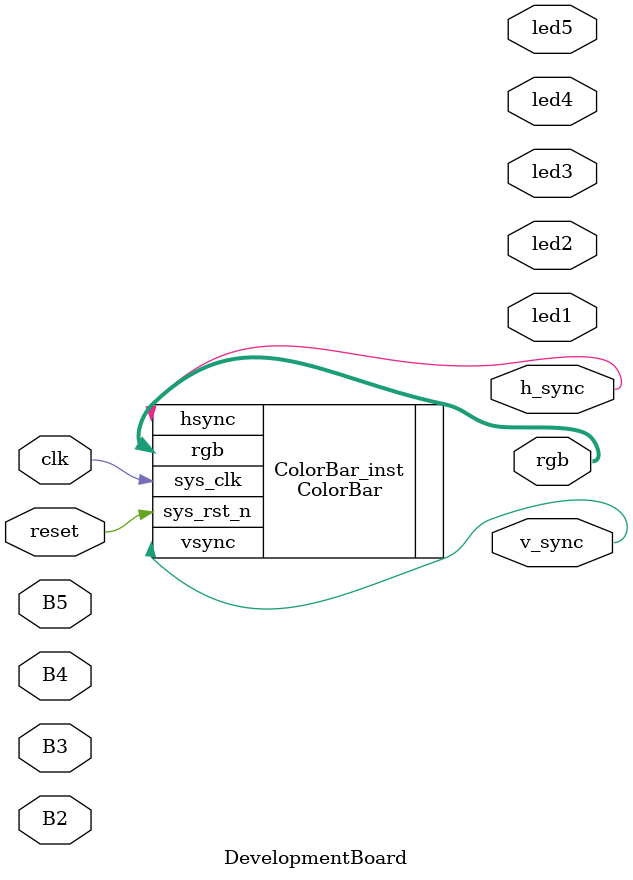
<source format=v>
`timescale 1ns / 1ns

module DevelopmentBoard(
    input wire clk, //50MHz
    input wire reset, B2, B3, B4, B5,
	 // reset is "a"
	 // B2 is "s"
	 // B3 is "d"
	 // B4 is "f"
	 // B5 is "g"
    output wire h_sync, v_sync,
    output wire [15:0] rgb,
	
	output wire led1,
	output wire led2,
	output wire led3,
	output wire led4,
	output wire led5
);

	// instance your model
	ColorBar ColorBar_inst(
		.sys_clk(clk),
		.sys_rst_n(reset),
		.hsync(h_sync),
		.vsync(v_sync),
		.rgb(rgb)
	);
    


endmodule

</source>
